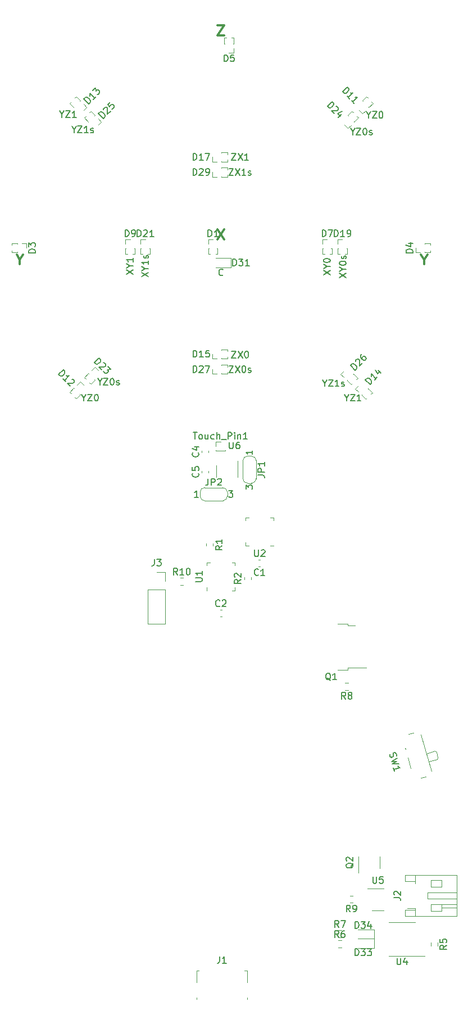
<source format=gbr>
G04 #@! TF.GenerationSoftware,KiCad,Pcbnew,(5.1.6-0)*
G04 #@! TF.CreationDate,2021-01-08T20:23:25+00:00*
G04 #@! TF.ProjectId,XMAS_Star_21,584d4153-5f53-4746-9172-5f32312e6b69,rev?*
G04 #@! TF.SameCoordinates,Original*
G04 #@! TF.FileFunction,Legend,Top*
G04 #@! TF.FilePolarity,Positive*
%FSLAX46Y46*%
G04 Gerber Fmt 4.6, Leading zero omitted, Abs format (unit mm)*
G04 Created by KiCad (PCBNEW (5.1.6-0)) date 2021-01-08 20:23:25*
%MOMM*%
%LPD*%
G01*
G04 APERTURE LIST*
%ADD10C,0.150000*%
%ADD11C,0.300000*%
%ADD12C,0.120000*%
G04 APERTURE END LIST*
D10*
X115642857Y-100376190D02*
X115642857Y-100852380D01*
X115309523Y-99852380D02*
X115642857Y-100376190D01*
X115976190Y-99852380D01*
X116214285Y-99852380D02*
X116880952Y-99852380D01*
X116214285Y-100852380D01*
X116880952Y-100852380D01*
X117785714Y-100852380D02*
X117214285Y-100852380D01*
X117500000Y-100852380D02*
X117500000Y-99852380D01*
X117404761Y-99995238D01*
X117309523Y-100090476D01*
X117214285Y-100138095D01*
X118166666Y-100804761D02*
X118261904Y-100852380D01*
X118452380Y-100852380D01*
X118547619Y-100804761D01*
X118595238Y-100709523D01*
X118595238Y-100661904D01*
X118547619Y-100566666D01*
X118452380Y-100519047D01*
X118309523Y-100519047D01*
X118214285Y-100471428D01*
X118166666Y-100376190D01*
X118166666Y-100328571D01*
X118214285Y-100233333D01*
X118309523Y-100185714D01*
X118452380Y-100185714D01*
X118547619Y-100233333D01*
X119842857Y-62476190D02*
X119842857Y-62952380D01*
X119509523Y-61952380D02*
X119842857Y-62476190D01*
X120176190Y-61952380D01*
X120414285Y-61952380D02*
X121080952Y-61952380D01*
X120414285Y-62952380D01*
X121080952Y-62952380D01*
X121652380Y-61952380D02*
X121747619Y-61952380D01*
X121842857Y-62000000D01*
X121890476Y-62047619D01*
X121938095Y-62142857D01*
X121985714Y-62333333D01*
X121985714Y-62571428D01*
X121938095Y-62761904D01*
X121890476Y-62857142D01*
X121842857Y-62904761D01*
X121747619Y-62952380D01*
X121652380Y-62952380D01*
X121557142Y-62904761D01*
X121509523Y-62857142D01*
X121461904Y-62761904D01*
X121414285Y-62571428D01*
X121414285Y-62333333D01*
X121461904Y-62142857D01*
X121509523Y-62047619D01*
X121557142Y-62000000D01*
X121652380Y-61952380D01*
X122366666Y-62904761D02*
X122461904Y-62952380D01*
X122652380Y-62952380D01*
X122747619Y-62904761D01*
X122795238Y-62809523D01*
X122795238Y-62761904D01*
X122747619Y-62666666D01*
X122652380Y-62619047D01*
X122509523Y-62619047D01*
X122414285Y-62571428D01*
X122366666Y-62476190D01*
X122366666Y-62428571D01*
X122414285Y-62333333D01*
X122509523Y-62285714D01*
X122652380Y-62285714D01*
X122747619Y-62333333D01*
X100309523Y-84077142D02*
X100261904Y-84124761D01*
X100119047Y-84172380D01*
X100023809Y-84172380D01*
X99880952Y-84124761D01*
X99785714Y-84029523D01*
X99738095Y-83934285D01*
X99690476Y-83743809D01*
X99690476Y-83600952D01*
X99738095Y-83410476D01*
X99785714Y-83315238D01*
X99880952Y-83220000D01*
X100023809Y-83172380D01*
X100119047Y-83172380D01*
X100261904Y-83220000D01*
X100309523Y-83267619D01*
X77842857Y-62176190D02*
X77842857Y-62652380D01*
X77509523Y-61652380D02*
X77842857Y-62176190D01*
X78176190Y-61652380D01*
X78414285Y-61652380D02*
X79080952Y-61652380D01*
X78414285Y-62652380D01*
X79080952Y-62652380D01*
X79985714Y-62652380D02*
X79414285Y-62652380D01*
X79700000Y-62652380D02*
X79700000Y-61652380D01*
X79604761Y-61795238D01*
X79509523Y-61890476D01*
X79414285Y-61938095D01*
X80366666Y-62604761D02*
X80461904Y-62652380D01*
X80652380Y-62652380D01*
X80747619Y-62604761D01*
X80795238Y-62509523D01*
X80795238Y-62461904D01*
X80747619Y-62366666D01*
X80652380Y-62319047D01*
X80509523Y-62319047D01*
X80414285Y-62271428D01*
X80366666Y-62176190D01*
X80366666Y-62128571D01*
X80414285Y-62033333D01*
X80509523Y-61985714D01*
X80652380Y-61985714D01*
X80747619Y-62033333D01*
X81742857Y-100176190D02*
X81742857Y-100652380D01*
X81409523Y-99652380D02*
X81742857Y-100176190D01*
X82076190Y-99652380D01*
X82314285Y-99652380D02*
X82980952Y-99652380D01*
X82314285Y-100652380D01*
X82980952Y-100652380D01*
X83552380Y-99652380D02*
X83647619Y-99652380D01*
X83742857Y-99700000D01*
X83790476Y-99747619D01*
X83838095Y-99842857D01*
X83885714Y-100033333D01*
X83885714Y-100271428D01*
X83838095Y-100461904D01*
X83790476Y-100557142D01*
X83742857Y-100604761D01*
X83647619Y-100652380D01*
X83552380Y-100652380D01*
X83457142Y-100604761D01*
X83409523Y-100557142D01*
X83361904Y-100461904D01*
X83314285Y-100271428D01*
X83314285Y-100033333D01*
X83361904Y-99842857D01*
X83409523Y-99747619D01*
X83457142Y-99700000D01*
X83552380Y-99652380D01*
X84266666Y-100604761D02*
X84361904Y-100652380D01*
X84552380Y-100652380D01*
X84647619Y-100604761D01*
X84695238Y-100509523D01*
X84695238Y-100461904D01*
X84647619Y-100366666D01*
X84552380Y-100319047D01*
X84409523Y-100319047D01*
X84314285Y-100271428D01*
X84266666Y-100176190D01*
X84266666Y-100128571D01*
X84314285Y-100033333D01*
X84409523Y-99985714D01*
X84552380Y-99985714D01*
X84647619Y-100033333D01*
X101209523Y-68052380D02*
X101876190Y-68052380D01*
X101209523Y-69052380D01*
X101876190Y-69052380D01*
X102161904Y-68052380D02*
X102828571Y-69052380D01*
X102828571Y-68052380D02*
X102161904Y-69052380D01*
X103733333Y-69052380D02*
X103161904Y-69052380D01*
X103447619Y-69052380D02*
X103447619Y-68052380D01*
X103352380Y-68195238D01*
X103257142Y-68290476D01*
X103161904Y-68338095D01*
X104114285Y-69004761D02*
X104209523Y-69052380D01*
X104400000Y-69052380D01*
X104495238Y-69004761D01*
X104542857Y-68909523D01*
X104542857Y-68861904D01*
X104495238Y-68766666D01*
X104400000Y-68719047D01*
X104257142Y-68719047D01*
X104161904Y-68671428D01*
X104114285Y-68576190D01*
X104114285Y-68528571D01*
X104161904Y-68433333D01*
X104257142Y-68385714D01*
X104400000Y-68385714D01*
X104495238Y-68433333D01*
X101209523Y-97752380D02*
X101876190Y-97752380D01*
X101209523Y-98752380D01*
X101876190Y-98752380D01*
X102161904Y-97752380D02*
X102828571Y-98752380D01*
X102828571Y-97752380D02*
X102161904Y-98752380D01*
X103400000Y-97752380D02*
X103495238Y-97752380D01*
X103590476Y-97800000D01*
X103638095Y-97847619D01*
X103685714Y-97942857D01*
X103733333Y-98133333D01*
X103733333Y-98371428D01*
X103685714Y-98561904D01*
X103638095Y-98657142D01*
X103590476Y-98704761D01*
X103495238Y-98752380D01*
X103400000Y-98752380D01*
X103304761Y-98704761D01*
X103257142Y-98657142D01*
X103209523Y-98561904D01*
X103161904Y-98371428D01*
X103161904Y-98133333D01*
X103209523Y-97942857D01*
X103257142Y-97847619D01*
X103304761Y-97800000D01*
X103400000Y-97752380D01*
X104114285Y-98704761D02*
X104209523Y-98752380D01*
X104400000Y-98752380D01*
X104495238Y-98704761D01*
X104542857Y-98609523D01*
X104542857Y-98561904D01*
X104495238Y-98466666D01*
X104400000Y-98419047D01*
X104257142Y-98419047D01*
X104161904Y-98371428D01*
X104114285Y-98276190D01*
X104114285Y-98228571D01*
X104161904Y-98133333D01*
X104257142Y-98085714D01*
X104400000Y-98085714D01*
X104495238Y-98133333D01*
X88052380Y-84342857D02*
X89052380Y-83676190D01*
X88052380Y-83676190D02*
X89052380Y-84342857D01*
X88576190Y-83104761D02*
X89052380Y-83104761D01*
X88052380Y-83438095D02*
X88576190Y-83104761D01*
X88052380Y-82771428D01*
X89052380Y-81914285D02*
X89052380Y-82485714D01*
X89052380Y-82200000D02*
X88052380Y-82200000D01*
X88195238Y-82295238D01*
X88290476Y-82390476D01*
X88338095Y-82485714D01*
X89004761Y-81533333D02*
X89052380Y-81438095D01*
X89052380Y-81247619D01*
X89004761Y-81152380D01*
X88909523Y-81104761D01*
X88861904Y-81104761D01*
X88766666Y-81152380D01*
X88719047Y-81247619D01*
X88719047Y-81390476D01*
X88671428Y-81485714D01*
X88576190Y-81533333D01*
X88528571Y-81533333D01*
X88433333Y-81485714D01*
X88385714Y-81390476D01*
X88385714Y-81247619D01*
X88433333Y-81152380D01*
X117852380Y-84442857D02*
X118852380Y-83776190D01*
X117852380Y-83776190D02*
X118852380Y-84442857D01*
X118376190Y-83204761D02*
X118852380Y-83204761D01*
X117852380Y-83538095D02*
X118376190Y-83204761D01*
X117852380Y-82871428D01*
X117852380Y-82347619D02*
X117852380Y-82252380D01*
X117900000Y-82157142D01*
X117947619Y-82109523D01*
X118042857Y-82061904D01*
X118233333Y-82014285D01*
X118471428Y-82014285D01*
X118661904Y-82061904D01*
X118757142Y-82109523D01*
X118804761Y-82157142D01*
X118852380Y-82252380D01*
X118852380Y-82347619D01*
X118804761Y-82442857D01*
X118757142Y-82490476D01*
X118661904Y-82538095D01*
X118471428Y-82585714D01*
X118233333Y-82585714D01*
X118042857Y-82538095D01*
X117947619Y-82490476D01*
X117900000Y-82442857D01*
X117852380Y-82347619D01*
X118804761Y-81633333D02*
X118852380Y-81538095D01*
X118852380Y-81347619D01*
X118804761Y-81252380D01*
X118709523Y-81204761D01*
X118661904Y-81204761D01*
X118566666Y-81252380D01*
X118519047Y-81347619D01*
X118519047Y-81490476D01*
X118471428Y-81585714D01*
X118376190Y-81633333D01*
X118328571Y-81633333D01*
X118233333Y-81585714D01*
X118185714Y-81490476D01*
X118185714Y-81347619D01*
X118233333Y-81252380D01*
X101614285Y-95552380D02*
X102280952Y-95552380D01*
X101614285Y-96552380D01*
X102280952Y-96552380D01*
X102566666Y-95552380D02*
X103233333Y-96552380D01*
X103233333Y-95552380D02*
X102566666Y-96552380D01*
X103804761Y-95552380D02*
X103900000Y-95552380D01*
X103995238Y-95600000D01*
X104042857Y-95647619D01*
X104090476Y-95742857D01*
X104138095Y-95933333D01*
X104138095Y-96171428D01*
X104090476Y-96361904D01*
X104042857Y-96457142D01*
X103995238Y-96504761D01*
X103900000Y-96552380D01*
X103804761Y-96552380D01*
X103709523Y-96504761D01*
X103661904Y-96457142D01*
X103614285Y-96361904D01*
X103566666Y-96171428D01*
X103566666Y-95933333D01*
X103614285Y-95742857D01*
X103661904Y-95647619D01*
X103709523Y-95600000D01*
X103804761Y-95552380D01*
X101614285Y-65752380D02*
X102280952Y-65752380D01*
X101614285Y-66752380D01*
X102280952Y-66752380D01*
X102566666Y-65752380D02*
X103233333Y-66752380D01*
X103233333Y-65752380D02*
X102566666Y-66752380D01*
X104138095Y-66752380D02*
X103566666Y-66752380D01*
X103852380Y-66752380D02*
X103852380Y-65752380D01*
X103757142Y-65895238D01*
X103661904Y-65990476D01*
X103566666Y-66038095D01*
X85752380Y-83938095D02*
X86752380Y-83271428D01*
X85752380Y-83271428D02*
X86752380Y-83938095D01*
X86276190Y-82700000D02*
X86752380Y-82700000D01*
X85752380Y-83033333D02*
X86276190Y-82700000D01*
X85752380Y-82366666D01*
X86752380Y-81509523D02*
X86752380Y-82080952D01*
X86752380Y-81795238D02*
X85752380Y-81795238D01*
X85895238Y-81890476D01*
X85990476Y-81985714D01*
X86038095Y-82080952D01*
X115452380Y-84038095D02*
X116452380Y-83371428D01*
X115452380Y-83371428D02*
X116452380Y-84038095D01*
X115976190Y-82800000D02*
X116452380Y-82800000D01*
X115452380Y-83133333D02*
X115976190Y-82800000D01*
X115452380Y-82466666D01*
X115452380Y-81942857D02*
X115452380Y-81847619D01*
X115500000Y-81752380D01*
X115547619Y-81704761D01*
X115642857Y-81657142D01*
X115833333Y-81609523D01*
X116071428Y-81609523D01*
X116261904Y-81657142D01*
X116357142Y-81704761D01*
X116404761Y-81752380D01*
X116452380Y-81847619D01*
X116452380Y-81942857D01*
X116404761Y-82038095D01*
X116357142Y-82085714D01*
X116261904Y-82133333D01*
X116071428Y-82180952D01*
X115833333Y-82180952D01*
X115642857Y-82133333D01*
X115547619Y-82085714D01*
X115500000Y-82038095D01*
X115452380Y-81942857D01*
X118947619Y-102576190D02*
X118947619Y-103052380D01*
X118614285Y-102052380D02*
X118947619Y-102576190D01*
X119280952Y-102052380D01*
X119519047Y-102052380D02*
X120185714Y-102052380D01*
X119519047Y-103052380D01*
X120185714Y-103052380D01*
X121090476Y-103052380D02*
X120519047Y-103052380D01*
X120804761Y-103052380D02*
X120804761Y-102052380D01*
X120709523Y-102195238D01*
X120614285Y-102290476D01*
X120519047Y-102338095D01*
X76047619Y-59876190D02*
X76047619Y-60352380D01*
X75714285Y-59352380D02*
X76047619Y-59876190D01*
X76380952Y-59352380D01*
X76619047Y-59352380D02*
X77285714Y-59352380D01*
X76619047Y-60352380D01*
X77285714Y-60352380D01*
X78190476Y-60352380D02*
X77619047Y-60352380D01*
X77904761Y-60352380D02*
X77904761Y-59352380D01*
X77809523Y-59495238D01*
X77714285Y-59590476D01*
X77619047Y-59638095D01*
X122247619Y-59976190D02*
X122247619Y-60452380D01*
X121914285Y-59452380D02*
X122247619Y-59976190D01*
X122580952Y-59452380D01*
X122819047Y-59452380D02*
X123485714Y-59452380D01*
X122819047Y-60452380D01*
X123485714Y-60452380D01*
X124057142Y-59452380D02*
X124152380Y-59452380D01*
X124247619Y-59500000D01*
X124295238Y-59547619D01*
X124342857Y-59642857D01*
X124390476Y-59833333D01*
X124390476Y-60071428D01*
X124342857Y-60261904D01*
X124295238Y-60357142D01*
X124247619Y-60404761D01*
X124152380Y-60452380D01*
X124057142Y-60452380D01*
X123961904Y-60404761D01*
X123914285Y-60357142D01*
X123866666Y-60261904D01*
X123819047Y-60071428D01*
X123819047Y-59833333D01*
X123866666Y-59642857D01*
X123914285Y-59547619D01*
X123961904Y-59500000D01*
X124057142Y-59452380D01*
X79347619Y-102576190D02*
X79347619Y-103052380D01*
X79014285Y-102052380D02*
X79347619Y-102576190D01*
X79680952Y-102052380D01*
X79919047Y-102052380D02*
X80585714Y-102052380D01*
X79919047Y-103052380D01*
X80585714Y-103052380D01*
X81157142Y-102052380D02*
X81252380Y-102052380D01*
X81347619Y-102100000D01*
X81395238Y-102147619D01*
X81442857Y-102242857D01*
X81490476Y-102433333D01*
X81490476Y-102671428D01*
X81442857Y-102861904D01*
X81395238Y-102957142D01*
X81347619Y-103004761D01*
X81252380Y-103052380D01*
X81157142Y-103052380D01*
X81061904Y-103004761D01*
X81014285Y-102957142D01*
X80966666Y-102861904D01*
X80919047Y-102671428D01*
X80919047Y-102433333D01*
X80966666Y-102242857D01*
X81014285Y-102147619D01*
X81061904Y-102100000D01*
X81157142Y-102052380D01*
D11*
X99500000Y-46478571D02*
X100500000Y-46478571D01*
X99500000Y-47978571D01*
X100500000Y-47978571D01*
X130600000Y-81764285D02*
X130600000Y-82478571D01*
X130100000Y-80978571D02*
X130600000Y-81764285D01*
X131100000Y-80978571D01*
X69700000Y-81764285D02*
X69700000Y-82478571D01*
X69200000Y-80978571D02*
X69700000Y-81764285D01*
X70200000Y-80978571D01*
X99500000Y-77178571D02*
X100500000Y-78678571D01*
X100500000Y-77178571D02*
X99500000Y-78678571D01*
D12*
X103490000Y-129962779D02*
X103490000Y-129637221D01*
X104510000Y-129962779D02*
X104510000Y-129637221D01*
X98810000Y-124537221D02*
X98810000Y-124862779D01*
X97790000Y-124537221D02*
X97790000Y-124862779D01*
X97500000Y-116100000D02*
X100300000Y-116100000D01*
X100950000Y-116800000D02*
X100950000Y-117400000D01*
X100300000Y-118100000D02*
X97500000Y-118100000D01*
X96850000Y-117400000D02*
X96850000Y-116800000D01*
X96850000Y-116800000D02*
G75*
G02*
X97550000Y-116100000I700000J0D01*
G01*
X97550000Y-118100000D02*
G75*
G02*
X96850000Y-117400000I0J700000D01*
G01*
X100950000Y-117400000D02*
G75*
G02*
X100250000Y-118100000I-700000J0D01*
G01*
X100250000Y-116100000D02*
G75*
G02*
X100950000Y-116800000I0J-700000D01*
G01*
X105300000Y-112000000D02*
X105300000Y-114800000D01*
X104600000Y-115450000D02*
X104000000Y-115450000D01*
X103300000Y-114800000D02*
X103300000Y-112000000D01*
X104000000Y-111350000D02*
X104600000Y-111350000D01*
X104600000Y-111350000D02*
G75*
G02*
X105300000Y-112050000I0J-700000D01*
G01*
X103300000Y-112050000D02*
G75*
G02*
X104000000Y-111350000I700000J0D01*
G01*
X104000000Y-115450000D02*
G75*
G02*
X103300000Y-114750000I0J700000D01*
G01*
X105300000Y-114750000D02*
G75*
G02*
X104600000Y-115450000I-700000J0D01*
G01*
X88970000Y-131470000D02*
X91630000Y-131470000D01*
X88970000Y-131470000D02*
X88970000Y-136610000D01*
X88970000Y-136610000D02*
X91630000Y-136610000D01*
X91630000Y-131470000D02*
X91630000Y-136610000D01*
X91630000Y-128870000D02*
X91630000Y-130200000D01*
X90300000Y-128870000D02*
X91630000Y-128870000D01*
X107465000Y-124820000D02*
X107940000Y-124820000D01*
X103720000Y-120600000D02*
X103720000Y-121075000D01*
X104195000Y-120600000D02*
X103720000Y-120600000D01*
X107940000Y-120600000D02*
X107940000Y-121075000D01*
X107465000Y-120600000D02*
X107940000Y-120600000D01*
X103720000Y-124820000D02*
X103720000Y-124345000D01*
X104195000Y-124820000D02*
X103720000Y-124820000D01*
X105940580Y-126960000D02*
X105659420Y-126960000D01*
X105940580Y-127980000D02*
X105659420Y-127980000D01*
X99849420Y-135520000D02*
X100130580Y-135520000D01*
X99849420Y-134500000D02*
X100130580Y-134500000D01*
X102500000Y-114520000D02*
X102500000Y-112070000D01*
X99280000Y-112720000D02*
X99280000Y-114520000D01*
X99245000Y-109215000D02*
X99940000Y-109215000D01*
X99245000Y-109900000D02*
X99245000Y-109215000D01*
X100548276Y-110585000D02*
X100635000Y-110585000D01*
X99245000Y-110585000D02*
X99331724Y-110585000D01*
X100635000Y-110585000D02*
X100635000Y-110460000D01*
X99245000Y-110585000D02*
X99245000Y-110460000D01*
X99245000Y-110585000D02*
X100635000Y-110585000D01*
X98150000Y-113890580D02*
X98150000Y-113609420D01*
X97130000Y-113890580D02*
X97130000Y-113609420D01*
X98150000Y-110810580D02*
X98150000Y-110529420D01*
X97130000Y-110810580D02*
X97130000Y-110529420D01*
X93842742Y-129707500D02*
X94317258Y-129707500D01*
X93842742Y-130752500D02*
X94317258Y-130752500D01*
X129310000Y-179430000D02*
X129310000Y-179710000D01*
X129310000Y-179710000D02*
X127710000Y-179710000D01*
X127710000Y-179710000D02*
X127710000Y-180630000D01*
X127710000Y-180630000D02*
X135530000Y-180630000D01*
X135530000Y-180630000D02*
X135530000Y-174510000D01*
X135530000Y-174510000D02*
X127710000Y-174510000D01*
X127710000Y-174510000D02*
X127710000Y-175430000D01*
X127710000Y-175430000D02*
X129310000Y-175430000D01*
X129310000Y-175430000D02*
X129310000Y-175710000D01*
X135530000Y-178070000D02*
X131170000Y-178070000D01*
X131170000Y-178070000D02*
X131170000Y-177070000D01*
X131170000Y-177070000D02*
X135530000Y-177070000D01*
X129310000Y-180630000D02*
X129310000Y-179710000D01*
X129310000Y-174510000D02*
X129310000Y-175430000D01*
X131670000Y-179870000D02*
X133270000Y-179870000D01*
X133270000Y-179870000D02*
X133270000Y-178870000D01*
X133270000Y-178870000D02*
X131670000Y-178870000D01*
X131670000Y-178870000D02*
X131670000Y-179870000D01*
X131670000Y-175270000D02*
X133270000Y-175270000D01*
X133270000Y-175270000D02*
X133270000Y-176270000D01*
X133270000Y-176270000D02*
X131670000Y-176270000D01*
X131670000Y-176270000D02*
X131670000Y-175270000D01*
X133270000Y-178870000D02*
X135530000Y-178870000D01*
X133270000Y-179370000D02*
X135530000Y-179370000D01*
X129310000Y-179430000D02*
X128095000Y-179430000D01*
X122740000Y-179770000D02*
X124540000Y-179770000D01*
X124540000Y-176550000D02*
X122090000Y-176550000D01*
X127280000Y-181560000D02*
X125330000Y-181560000D01*
X127280000Y-181560000D02*
X129230000Y-181560000D01*
X127280000Y-186680000D02*
X125330000Y-186680000D01*
X127280000Y-186680000D02*
X130730000Y-186680000D01*
X127797495Y-155492947D02*
X127742367Y-155300695D01*
X132548903Y-157043342D02*
X132695640Y-156793205D01*
X132190574Y-155793701D02*
X132447566Y-155928070D01*
X131308875Y-157398914D02*
X132548903Y-157043342D01*
X132695640Y-156793205D02*
X132447566Y-155928070D01*
X132190574Y-155793701D02*
X130950546Y-156149274D01*
X131708549Y-158792743D02*
X130137416Y-153313552D01*
X128624407Y-158376733D02*
X128155823Y-156742588D01*
X130143661Y-159865647D02*
X130903057Y-159647894D01*
X129001160Y-153015188D02*
X128241763Y-153232942D01*
X119887258Y-178662500D02*
X119412742Y-178662500D01*
X119887258Y-177617500D02*
X119412742Y-177617500D01*
X119182258Y-146592500D02*
X118707742Y-146592500D01*
X119182258Y-145547500D02*
X118707742Y-145547500D01*
X117662742Y-182807500D02*
X118137258Y-182807500D01*
X117662742Y-183852500D02*
X118137258Y-183852500D01*
X117662742Y-184327500D02*
X118137258Y-184327500D01*
X117662742Y-185372500D02*
X118137258Y-185372500D01*
X132652500Y-184642742D02*
X132652500Y-185117258D01*
X131607500Y-184642742D02*
X131607500Y-185117258D01*
X123910000Y-173490000D02*
X123910000Y-171690000D01*
X120690000Y-171690000D02*
X120690000Y-174140000D01*
X117585000Y-143545000D02*
X119085000Y-143545000D01*
X119085000Y-143545000D02*
X119085000Y-143275000D01*
X119085000Y-143275000D02*
X121915000Y-143275000D01*
X117585000Y-136645000D02*
X119085000Y-136645000D01*
X119085000Y-136645000D02*
X119085000Y-136915000D01*
X119085000Y-136915000D02*
X120185000Y-136915000D01*
X103950000Y-188870000D02*
X103570000Y-188870000D01*
X103950000Y-192920000D02*
X103950000Y-193180000D01*
X103950000Y-188870000D02*
X103950000Y-190640000D01*
X96330000Y-188870000D02*
X96710000Y-188870000D01*
X96330000Y-190640000D02*
X96330000Y-188870000D01*
X96330000Y-193180000D02*
X96330000Y-192920000D01*
X120620000Y-184025000D02*
X123105000Y-184025000D01*
X123105000Y-184025000D02*
X123105000Y-182655000D01*
X123105000Y-182655000D02*
X120620000Y-182655000D01*
X120620000Y-185445000D02*
X123105000Y-185445000D01*
X123105000Y-185445000D02*
X123105000Y-184075000D01*
X123105000Y-184075000D02*
X120620000Y-184075000D01*
X78188353Y-57205474D02*
X77975862Y-57417965D01*
X77417965Y-57975862D02*
X77205474Y-58188353D01*
X78807071Y-57824193D02*
X78188353Y-57205474D01*
X77824193Y-58807071D02*
X77205474Y-58188353D01*
X78807071Y-57824193D02*
X78745748Y-57885516D01*
X77885516Y-58745748D02*
X77824193Y-58807071D01*
X79291439Y-58308561D02*
X79775807Y-58792929D01*
X79775807Y-58792929D02*
X79284368Y-59284368D01*
X122894526Y-58188353D02*
X122682035Y-57975862D01*
X122124138Y-57417965D02*
X121911647Y-57205474D01*
X122275807Y-58807071D02*
X122894526Y-58188353D01*
X121292929Y-57824193D02*
X121911647Y-57205474D01*
X122275807Y-58807071D02*
X122214484Y-58745748D01*
X121354252Y-57885516D02*
X121292929Y-57824193D01*
X121791439Y-59291439D02*
X121307071Y-59775807D01*
X121307071Y-59775807D02*
X120815632Y-59284368D01*
X121811647Y-102794526D02*
X122024138Y-102582035D01*
X122582035Y-102024138D02*
X122794526Y-101811647D01*
X121192929Y-102175807D02*
X121811647Y-102794526D01*
X122175807Y-101192929D02*
X122794526Y-101811647D01*
X121192929Y-102175807D02*
X121254252Y-102114484D01*
X122114484Y-101254252D02*
X122175807Y-101192929D01*
X120708561Y-101691439D02*
X120224193Y-101207071D01*
X120224193Y-101207071D02*
X120715632Y-100715632D01*
X77205474Y-101711647D02*
X77417965Y-101924138D01*
X77975862Y-102482035D02*
X78188353Y-102694526D01*
X77824193Y-101092929D02*
X77205474Y-101711647D01*
X78807071Y-102075807D02*
X78188353Y-102694526D01*
X77824193Y-101092929D02*
X77885516Y-101154252D01*
X78745748Y-102014484D02*
X78807071Y-102075807D01*
X78308561Y-100608561D02*
X78792929Y-100124193D01*
X78792929Y-100124193D02*
X79284368Y-100615632D01*
X99200000Y-82955000D02*
X101485000Y-82955000D01*
X101485000Y-82955000D02*
X101485000Y-81485000D01*
X101485000Y-81485000D02*
X99200000Y-81485000D01*
X97890000Y-127865000D02*
X97890000Y-127390000D01*
X97890000Y-127390000D02*
X98365000Y-127390000D01*
X102110000Y-131135000D02*
X102110000Y-131610000D01*
X102110000Y-131610000D02*
X101635000Y-131610000D01*
X102110000Y-127865000D02*
X102110000Y-127390000D01*
X102110000Y-127390000D02*
X101635000Y-127390000D01*
X97890000Y-131135000D02*
X97890000Y-131610000D01*
X100960000Y-69295000D02*
X100960000Y-68994493D01*
X100960000Y-68205507D02*
X100960000Y-67905000D01*
X100085000Y-69295000D02*
X100960000Y-69295000D01*
X100085000Y-67905000D02*
X100960000Y-67905000D01*
X100085000Y-69295000D02*
X100085000Y-69208276D01*
X100085000Y-67991724D02*
X100085000Y-67905000D01*
X99400000Y-69295000D02*
X98715000Y-69295000D01*
X98715000Y-69295000D02*
X98715000Y-68600000D01*
X100960000Y-98995000D02*
X100960000Y-98694493D01*
X100960000Y-97905507D02*
X100960000Y-97605000D01*
X100085000Y-98995000D02*
X100960000Y-98995000D01*
X100085000Y-97605000D02*
X100960000Y-97605000D01*
X100085000Y-98995000D02*
X100085000Y-98908276D01*
X100085000Y-97691724D02*
X100085000Y-97605000D01*
X99400000Y-98995000D02*
X98715000Y-98995000D01*
X98715000Y-98995000D02*
X98715000Y-98300000D01*
X119611647Y-100594526D02*
X119824138Y-100382035D01*
X120382035Y-99824138D02*
X120594526Y-99611647D01*
X118992929Y-99975807D02*
X119611647Y-100594526D01*
X119975807Y-98992929D02*
X120594526Y-99611647D01*
X118992929Y-99975807D02*
X119054252Y-99914484D01*
X119914484Y-99054252D02*
X119975807Y-98992929D01*
X118508561Y-99491439D02*
X118024193Y-99007071D01*
X118024193Y-99007071D02*
X118515632Y-98515632D01*
X80388353Y-59405474D02*
X80175862Y-59617965D01*
X79617965Y-60175862D02*
X79405474Y-60388353D01*
X81007071Y-60024193D02*
X80388353Y-59405474D01*
X80024193Y-61007071D02*
X79405474Y-60388353D01*
X81007071Y-60024193D02*
X80945748Y-60085516D01*
X80085516Y-60945748D02*
X80024193Y-61007071D01*
X81491439Y-60508561D02*
X81975807Y-60992929D01*
X81975807Y-60992929D02*
X81484368Y-61484368D01*
X120694526Y-60388353D02*
X120482035Y-60175862D01*
X119924138Y-59617965D02*
X119711647Y-59405474D01*
X120075807Y-61007071D02*
X120694526Y-60388353D01*
X119092929Y-60024193D02*
X119711647Y-59405474D01*
X120075807Y-61007071D02*
X120014484Y-60945748D01*
X119154252Y-60085516D02*
X119092929Y-60024193D01*
X119591439Y-61491439D02*
X119107071Y-61975807D01*
X119107071Y-61975807D02*
X118615632Y-61484368D01*
X79405474Y-99511647D02*
X79617965Y-99724138D01*
X80175862Y-100282035D02*
X80388353Y-100494526D01*
X80024193Y-98892929D02*
X79405474Y-99511647D01*
X81007071Y-99875807D02*
X80388353Y-100494526D01*
X80024193Y-98892929D02*
X80085516Y-98954252D01*
X80945748Y-99814484D02*
X81007071Y-99875807D01*
X80508561Y-98408561D02*
X80992929Y-97924193D01*
X80992929Y-97924193D02*
X81484368Y-98415632D01*
X87905000Y-80960000D02*
X88205507Y-80960000D01*
X88994493Y-80960000D02*
X89295000Y-80960000D01*
X87905000Y-80085000D02*
X87905000Y-80960000D01*
X89295000Y-80085000D02*
X89295000Y-80960000D01*
X87905000Y-80085000D02*
X87991724Y-80085000D01*
X89208276Y-80085000D02*
X89295000Y-80085000D01*
X87905000Y-79400000D02*
X87905000Y-78715000D01*
X87905000Y-78715000D02*
X88600000Y-78715000D01*
X117605000Y-80960000D02*
X117905507Y-80960000D01*
X118694493Y-80960000D02*
X118995000Y-80960000D01*
X117605000Y-80085000D02*
X117605000Y-80960000D01*
X118995000Y-80085000D02*
X118995000Y-80960000D01*
X117605000Y-80085000D02*
X117691724Y-80085000D01*
X118908276Y-80085000D02*
X118995000Y-80085000D01*
X117605000Y-79400000D02*
X117605000Y-78715000D01*
X117605000Y-78715000D02*
X118300000Y-78715000D01*
X98715000Y-66995000D02*
X98715000Y-66300000D01*
X99400000Y-66995000D02*
X98715000Y-66995000D01*
X100085000Y-65691724D02*
X100085000Y-65605000D01*
X100085000Y-66995000D02*
X100085000Y-66908276D01*
X100085000Y-65605000D02*
X100960000Y-65605000D01*
X100085000Y-66995000D02*
X100960000Y-66995000D01*
X100960000Y-65905507D02*
X100960000Y-65605000D01*
X100960000Y-66995000D02*
X100960000Y-66694493D01*
X98715000Y-96695000D02*
X98715000Y-96000000D01*
X99400000Y-96695000D02*
X98715000Y-96695000D01*
X100085000Y-95391724D02*
X100085000Y-95305000D01*
X100085000Y-96695000D02*
X100085000Y-96608276D01*
X100085000Y-95305000D02*
X100960000Y-95305000D01*
X100085000Y-96695000D02*
X100960000Y-96695000D01*
X100960000Y-95605507D02*
X100960000Y-95305000D01*
X100960000Y-96695000D02*
X100960000Y-96394493D01*
X85605000Y-80960000D02*
X85905507Y-80960000D01*
X86694493Y-80960000D02*
X86995000Y-80960000D01*
X85605000Y-80085000D02*
X85605000Y-80960000D01*
X86995000Y-80085000D02*
X86995000Y-80960000D01*
X85605000Y-80085000D02*
X85691724Y-80085000D01*
X86908276Y-80085000D02*
X86995000Y-80085000D01*
X85605000Y-79400000D02*
X85605000Y-78715000D01*
X85605000Y-78715000D02*
X86300000Y-78715000D01*
X115305000Y-80960000D02*
X115605507Y-80960000D01*
X116394493Y-80960000D02*
X116695000Y-80960000D01*
X115305000Y-80085000D02*
X115305000Y-80960000D01*
X116695000Y-80085000D02*
X116695000Y-80960000D01*
X115305000Y-80085000D02*
X115391724Y-80085000D01*
X116608276Y-80085000D02*
X116695000Y-80085000D01*
X115305000Y-79400000D02*
X115305000Y-78715000D01*
X115305000Y-78715000D02*
X116000000Y-78715000D01*
X101895000Y-48340000D02*
X101594493Y-48340000D01*
X100805507Y-48340000D02*
X100505000Y-48340000D01*
X101895000Y-49215000D02*
X101895000Y-48340000D01*
X100505000Y-49215000D02*
X100505000Y-48340000D01*
X101895000Y-49215000D02*
X101808276Y-49215000D01*
X100591724Y-49215000D02*
X100505000Y-49215000D01*
X101895000Y-49900000D02*
X101895000Y-50585000D01*
X101895000Y-50585000D02*
X101200000Y-50585000D01*
X131560000Y-80695000D02*
X131560000Y-80394493D01*
X131560000Y-79605507D02*
X131560000Y-79305000D01*
X130685000Y-80695000D02*
X131560000Y-80695000D01*
X130685000Y-79305000D02*
X131560000Y-79305000D01*
X130685000Y-80695000D02*
X130685000Y-80608276D01*
X130685000Y-79391724D02*
X130685000Y-79305000D01*
X130000000Y-80695000D02*
X129315000Y-80695000D01*
X129315000Y-80695000D02*
X129315000Y-80000000D01*
X68440000Y-79305000D02*
X68440000Y-79605507D01*
X68440000Y-80394493D02*
X68440000Y-80695000D01*
X69315000Y-79305000D02*
X68440000Y-79305000D01*
X69315000Y-80695000D02*
X68440000Y-80695000D01*
X69315000Y-79305000D02*
X69315000Y-79391724D01*
X69315000Y-80608276D02*
X69315000Y-80695000D01*
X70000000Y-79305000D02*
X70685000Y-79305000D01*
X70685000Y-79305000D02*
X70685000Y-80000000D01*
X98105000Y-80960000D02*
X98405507Y-80960000D01*
X99194493Y-80960000D02*
X99495000Y-80960000D01*
X98105000Y-80085000D02*
X98105000Y-80960000D01*
X99495000Y-80085000D02*
X99495000Y-80960000D01*
X98105000Y-80085000D02*
X98191724Y-80085000D01*
X99408276Y-80085000D02*
X99495000Y-80085000D01*
X98105000Y-79400000D02*
X98105000Y-78715000D01*
X98105000Y-78715000D02*
X98800000Y-78715000D01*
D10*
X103022380Y-129966666D02*
X102546190Y-130300000D01*
X103022380Y-130538095D02*
X102022380Y-130538095D01*
X102022380Y-130157142D01*
X102070000Y-130061904D01*
X102117619Y-130014285D01*
X102212857Y-129966666D01*
X102355714Y-129966666D01*
X102450952Y-130014285D01*
X102498571Y-130061904D01*
X102546190Y-130157142D01*
X102546190Y-130538095D01*
X102117619Y-129585714D02*
X102070000Y-129538095D01*
X102022380Y-129442857D01*
X102022380Y-129204761D01*
X102070000Y-129109523D01*
X102117619Y-129061904D01*
X102212857Y-129014285D01*
X102308095Y-129014285D01*
X102450952Y-129061904D01*
X103022380Y-129633333D01*
X103022380Y-129014285D01*
X100182380Y-124866666D02*
X99706190Y-125200000D01*
X100182380Y-125438095D02*
X99182380Y-125438095D01*
X99182380Y-125057142D01*
X99230000Y-124961904D01*
X99277619Y-124914285D01*
X99372857Y-124866666D01*
X99515714Y-124866666D01*
X99610952Y-124914285D01*
X99658571Y-124961904D01*
X99706190Y-125057142D01*
X99706190Y-125438095D01*
X100182380Y-123914285D02*
X100182380Y-124485714D01*
X100182380Y-124200000D02*
X99182380Y-124200000D01*
X99325238Y-124295238D01*
X99420476Y-124390476D01*
X99468095Y-124485714D01*
X98066666Y-114752380D02*
X98066666Y-115466666D01*
X98019047Y-115609523D01*
X97923809Y-115704761D01*
X97780952Y-115752380D01*
X97685714Y-115752380D01*
X98542857Y-115752380D02*
X98542857Y-114752380D01*
X98923809Y-114752380D01*
X99019047Y-114800000D01*
X99066666Y-114847619D01*
X99114285Y-114942857D01*
X99114285Y-115085714D01*
X99066666Y-115180952D01*
X99019047Y-115228571D01*
X98923809Y-115276190D01*
X98542857Y-115276190D01*
X99495238Y-114847619D02*
X99542857Y-114800000D01*
X99638095Y-114752380D01*
X99876190Y-114752380D01*
X99971428Y-114800000D01*
X100019047Y-114847619D01*
X100066666Y-114942857D01*
X100066666Y-115038095D01*
X100019047Y-115180952D01*
X99447619Y-115752380D01*
X100066666Y-115752380D01*
X96585714Y-117552380D02*
X96014285Y-117552380D01*
X96300000Y-117552380D02*
X96300000Y-116552380D01*
X96204761Y-116695238D01*
X96109523Y-116790476D01*
X96014285Y-116838095D01*
X101166666Y-116552380D02*
X101785714Y-116552380D01*
X101452380Y-116933333D01*
X101595238Y-116933333D01*
X101690476Y-116980952D01*
X101738095Y-117028571D01*
X101785714Y-117123809D01*
X101785714Y-117361904D01*
X101738095Y-117457142D01*
X101690476Y-117504761D01*
X101595238Y-117552380D01*
X101309523Y-117552380D01*
X101214285Y-117504761D01*
X101166666Y-117457142D01*
X105552380Y-114233333D02*
X106266666Y-114233333D01*
X106409523Y-114280952D01*
X106504761Y-114376190D01*
X106552380Y-114519047D01*
X106552380Y-114614285D01*
X106552380Y-113757142D02*
X105552380Y-113757142D01*
X105552380Y-113376190D01*
X105600000Y-113280952D01*
X105647619Y-113233333D01*
X105742857Y-113185714D01*
X105885714Y-113185714D01*
X105980952Y-113233333D01*
X106028571Y-113280952D01*
X106076190Y-113376190D01*
X106076190Y-113757142D01*
X106552380Y-112233333D02*
X106552380Y-112804761D01*
X106552380Y-112519047D02*
X105552380Y-112519047D01*
X105695238Y-112614285D01*
X105790476Y-112709523D01*
X105838095Y-112804761D01*
X104752380Y-110514285D02*
X104752380Y-111085714D01*
X104752380Y-110800000D02*
X103752380Y-110800000D01*
X103895238Y-110895238D01*
X103990476Y-110990476D01*
X104038095Y-111085714D01*
X103752380Y-116333333D02*
X103752380Y-115714285D01*
X104133333Y-116047619D01*
X104133333Y-115904761D01*
X104180952Y-115809523D01*
X104228571Y-115761904D01*
X104323809Y-115714285D01*
X104561904Y-115714285D01*
X104657142Y-115761904D01*
X104704761Y-115809523D01*
X104752380Y-115904761D01*
X104752380Y-116190476D01*
X104704761Y-116285714D01*
X104657142Y-116333333D01*
X89966666Y-126882380D02*
X89966666Y-127596666D01*
X89919047Y-127739523D01*
X89823809Y-127834761D01*
X89680952Y-127882380D01*
X89585714Y-127882380D01*
X90347619Y-126882380D02*
X90966666Y-126882380D01*
X90633333Y-127263333D01*
X90776190Y-127263333D01*
X90871428Y-127310952D01*
X90919047Y-127358571D01*
X90966666Y-127453809D01*
X90966666Y-127691904D01*
X90919047Y-127787142D01*
X90871428Y-127834761D01*
X90776190Y-127882380D01*
X90490476Y-127882380D01*
X90395238Y-127834761D01*
X90347619Y-127787142D01*
X105068095Y-125482380D02*
X105068095Y-126291904D01*
X105115714Y-126387142D01*
X105163333Y-126434761D01*
X105258571Y-126482380D01*
X105449047Y-126482380D01*
X105544285Y-126434761D01*
X105591904Y-126387142D01*
X105639523Y-126291904D01*
X105639523Y-125482380D01*
X106068095Y-125577619D02*
X106115714Y-125530000D01*
X106210952Y-125482380D01*
X106449047Y-125482380D01*
X106544285Y-125530000D01*
X106591904Y-125577619D01*
X106639523Y-125672857D01*
X106639523Y-125768095D01*
X106591904Y-125910952D01*
X106020476Y-126482380D01*
X106639523Y-126482380D01*
X105633333Y-129257142D02*
X105585714Y-129304761D01*
X105442857Y-129352380D01*
X105347619Y-129352380D01*
X105204761Y-129304761D01*
X105109523Y-129209523D01*
X105061904Y-129114285D01*
X105014285Y-128923809D01*
X105014285Y-128780952D01*
X105061904Y-128590476D01*
X105109523Y-128495238D01*
X105204761Y-128400000D01*
X105347619Y-128352380D01*
X105442857Y-128352380D01*
X105585714Y-128400000D01*
X105633333Y-128447619D01*
X106585714Y-129352380D02*
X106014285Y-129352380D01*
X106300000Y-129352380D02*
X106300000Y-128352380D01*
X106204761Y-128495238D01*
X106109523Y-128590476D01*
X106014285Y-128638095D01*
X99823333Y-133937142D02*
X99775714Y-133984761D01*
X99632857Y-134032380D01*
X99537619Y-134032380D01*
X99394761Y-133984761D01*
X99299523Y-133889523D01*
X99251904Y-133794285D01*
X99204285Y-133603809D01*
X99204285Y-133460952D01*
X99251904Y-133270476D01*
X99299523Y-133175238D01*
X99394761Y-133080000D01*
X99537619Y-133032380D01*
X99632857Y-133032380D01*
X99775714Y-133080000D01*
X99823333Y-133127619D01*
X100204285Y-133127619D02*
X100251904Y-133080000D01*
X100347142Y-133032380D01*
X100585238Y-133032380D01*
X100680476Y-133080000D01*
X100728095Y-133127619D01*
X100775714Y-133222857D01*
X100775714Y-133318095D01*
X100728095Y-133460952D01*
X100156666Y-134032380D01*
X100775714Y-134032380D01*
X101268095Y-109242380D02*
X101268095Y-110051904D01*
X101315714Y-110147142D01*
X101363333Y-110194761D01*
X101458571Y-110242380D01*
X101649047Y-110242380D01*
X101744285Y-110194761D01*
X101791904Y-110147142D01*
X101839523Y-110051904D01*
X101839523Y-109242380D01*
X102744285Y-109242380D02*
X102553809Y-109242380D01*
X102458571Y-109290000D01*
X102410952Y-109337619D01*
X102315714Y-109480476D01*
X102268095Y-109670952D01*
X102268095Y-110051904D01*
X102315714Y-110147142D01*
X102363333Y-110194761D01*
X102458571Y-110242380D01*
X102649047Y-110242380D01*
X102744285Y-110194761D01*
X102791904Y-110147142D01*
X102839523Y-110051904D01*
X102839523Y-109813809D01*
X102791904Y-109718571D01*
X102744285Y-109670952D01*
X102649047Y-109623333D01*
X102458571Y-109623333D01*
X102363333Y-109670952D01*
X102315714Y-109718571D01*
X102268095Y-109813809D01*
X95820952Y-107792380D02*
X96392380Y-107792380D01*
X96106666Y-108792380D02*
X96106666Y-107792380D01*
X96868571Y-108792380D02*
X96773333Y-108744761D01*
X96725714Y-108697142D01*
X96678095Y-108601904D01*
X96678095Y-108316190D01*
X96725714Y-108220952D01*
X96773333Y-108173333D01*
X96868571Y-108125714D01*
X97011428Y-108125714D01*
X97106666Y-108173333D01*
X97154285Y-108220952D01*
X97201904Y-108316190D01*
X97201904Y-108601904D01*
X97154285Y-108697142D01*
X97106666Y-108744761D01*
X97011428Y-108792380D01*
X96868571Y-108792380D01*
X98059047Y-108125714D02*
X98059047Y-108792380D01*
X97630476Y-108125714D02*
X97630476Y-108649523D01*
X97678095Y-108744761D01*
X97773333Y-108792380D01*
X97916190Y-108792380D01*
X98011428Y-108744761D01*
X98059047Y-108697142D01*
X98963809Y-108744761D02*
X98868571Y-108792380D01*
X98678095Y-108792380D01*
X98582857Y-108744761D01*
X98535238Y-108697142D01*
X98487619Y-108601904D01*
X98487619Y-108316190D01*
X98535238Y-108220952D01*
X98582857Y-108173333D01*
X98678095Y-108125714D01*
X98868571Y-108125714D01*
X98963809Y-108173333D01*
X99392380Y-108792380D02*
X99392380Y-107792380D01*
X99820952Y-108792380D02*
X99820952Y-108268571D01*
X99773333Y-108173333D01*
X99678095Y-108125714D01*
X99535238Y-108125714D01*
X99440000Y-108173333D01*
X99392380Y-108220952D01*
X100059047Y-108887619D02*
X100820952Y-108887619D01*
X101059047Y-108792380D02*
X101059047Y-107792380D01*
X101440000Y-107792380D01*
X101535238Y-107840000D01*
X101582857Y-107887619D01*
X101630476Y-107982857D01*
X101630476Y-108125714D01*
X101582857Y-108220952D01*
X101535238Y-108268571D01*
X101440000Y-108316190D01*
X101059047Y-108316190D01*
X102059047Y-108792380D02*
X102059047Y-108125714D01*
X102059047Y-107792380D02*
X102011428Y-107840000D01*
X102059047Y-107887619D01*
X102106666Y-107840000D01*
X102059047Y-107792380D01*
X102059047Y-107887619D01*
X102535238Y-108125714D02*
X102535238Y-108792380D01*
X102535238Y-108220952D02*
X102582857Y-108173333D01*
X102678095Y-108125714D01*
X102820952Y-108125714D01*
X102916190Y-108173333D01*
X102963809Y-108268571D01*
X102963809Y-108792380D01*
X103963809Y-108792380D02*
X103392380Y-108792380D01*
X103678095Y-108792380D02*
X103678095Y-107792380D01*
X103582857Y-107935238D01*
X103487619Y-108030476D01*
X103392380Y-108078095D01*
X96567142Y-113916666D02*
X96614761Y-113964285D01*
X96662380Y-114107142D01*
X96662380Y-114202380D01*
X96614761Y-114345238D01*
X96519523Y-114440476D01*
X96424285Y-114488095D01*
X96233809Y-114535714D01*
X96090952Y-114535714D01*
X95900476Y-114488095D01*
X95805238Y-114440476D01*
X95710000Y-114345238D01*
X95662380Y-114202380D01*
X95662380Y-114107142D01*
X95710000Y-113964285D01*
X95757619Y-113916666D01*
X95662380Y-113011904D02*
X95662380Y-113488095D01*
X96138571Y-113535714D01*
X96090952Y-113488095D01*
X96043333Y-113392857D01*
X96043333Y-113154761D01*
X96090952Y-113059523D01*
X96138571Y-113011904D01*
X96233809Y-112964285D01*
X96471904Y-112964285D01*
X96567142Y-113011904D01*
X96614761Y-113059523D01*
X96662380Y-113154761D01*
X96662380Y-113392857D01*
X96614761Y-113488095D01*
X96567142Y-113535714D01*
X96567142Y-110836666D02*
X96614761Y-110884285D01*
X96662380Y-111027142D01*
X96662380Y-111122380D01*
X96614761Y-111265238D01*
X96519523Y-111360476D01*
X96424285Y-111408095D01*
X96233809Y-111455714D01*
X96090952Y-111455714D01*
X95900476Y-111408095D01*
X95805238Y-111360476D01*
X95710000Y-111265238D01*
X95662380Y-111122380D01*
X95662380Y-111027142D01*
X95710000Y-110884285D01*
X95757619Y-110836666D01*
X95995714Y-109979523D02*
X96662380Y-109979523D01*
X95614761Y-110217619D02*
X96329047Y-110455714D01*
X96329047Y-109836666D01*
X93437142Y-129252380D02*
X93103809Y-128776190D01*
X92865714Y-129252380D02*
X92865714Y-128252380D01*
X93246666Y-128252380D01*
X93341904Y-128300000D01*
X93389523Y-128347619D01*
X93437142Y-128442857D01*
X93437142Y-128585714D01*
X93389523Y-128680952D01*
X93341904Y-128728571D01*
X93246666Y-128776190D01*
X92865714Y-128776190D01*
X94389523Y-129252380D02*
X93818095Y-129252380D01*
X94103809Y-129252380D02*
X94103809Y-128252380D01*
X94008571Y-128395238D01*
X93913333Y-128490476D01*
X93818095Y-128538095D01*
X95008571Y-128252380D02*
X95103809Y-128252380D01*
X95199047Y-128300000D01*
X95246666Y-128347619D01*
X95294285Y-128442857D01*
X95341904Y-128633333D01*
X95341904Y-128871428D01*
X95294285Y-129061904D01*
X95246666Y-129157142D01*
X95199047Y-129204761D01*
X95103809Y-129252380D01*
X95008571Y-129252380D01*
X94913333Y-129204761D01*
X94865714Y-129157142D01*
X94818095Y-129061904D01*
X94770476Y-128871428D01*
X94770476Y-128633333D01*
X94818095Y-128442857D01*
X94865714Y-128347619D01*
X94913333Y-128300000D01*
X95008571Y-128252380D01*
X126072380Y-177903333D02*
X126786666Y-177903333D01*
X126929523Y-177950952D01*
X127024761Y-178046190D01*
X127072380Y-178189047D01*
X127072380Y-178284285D01*
X126167619Y-177474761D02*
X126120000Y-177427142D01*
X126072380Y-177331904D01*
X126072380Y-177093809D01*
X126120000Y-176998571D01*
X126167619Y-176950952D01*
X126262857Y-176903333D01*
X126358095Y-176903333D01*
X126500952Y-176950952D01*
X127072380Y-177522380D01*
X127072380Y-176903333D01*
X122878095Y-174712380D02*
X122878095Y-175521904D01*
X122925714Y-175617142D01*
X122973333Y-175664761D01*
X123068571Y-175712380D01*
X123259047Y-175712380D01*
X123354285Y-175664761D01*
X123401904Y-175617142D01*
X123449523Y-175521904D01*
X123449523Y-174712380D01*
X124401904Y-174712380D02*
X123925714Y-174712380D01*
X123878095Y-175188571D01*
X123925714Y-175140952D01*
X124020952Y-175093333D01*
X124259047Y-175093333D01*
X124354285Y-175140952D01*
X124401904Y-175188571D01*
X124449523Y-175283809D01*
X124449523Y-175521904D01*
X124401904Y-175617142D01*
X124354285Y-175664761D01*
X124259047Y-175712380D01*
X124020952Y-175712380D01*
X123925714Y-175664761D01*
X123878095Y-175617142D01*
X126518095Y-186972380D02*
X126518095Y-187781904D01*
X126565714Y-187877142D01*
X126613333Y-187924761D01*
X126708571Y-187972380D01*
X126899047Y-187972380D01*
X126994285Y-187924761D01*
X127041904Y-187877142D01*
X127089523Y-187781904D01*
X127089523Y-186972380D01*
X127994285Y-187305714D02*
X127994285Y-187972380D01*
X127756190Y-186924761D02*
X127518095Y-187639047D01*
X128137142Y-187639047D01*
X125427364Y-156241925D02*
X125420966Y-156392373D01*
X125486594Y-156621245D01*
X125558620Y-156699668D01*
X125617520Y-156732317D01*
X125722194Y-156751840D01*
X125813743Y-156725589D01*
X125892166Y-156653564D01*
X125924815Y-156594664D01*
X125944338Y-156489989D01*
X125937610Y-156293766D01*
X125957133Y-156189092D01*
X125989782Y-156130192D01*
X126068205Y-156058167D01*
X126159754Y-156031915D01*
X126264428Y-156051439D01*
X126323328Y-156084087D01*
X126395354Y-156162510D01*
X126460982Y-156391382D01*
X126454584Y-156541831D01*
X126592237Y-156849126D02*
X125696604Y-157353635D01*
X126435722Y-157339849D01*
X125801608Y-157719830D01*
X126828498Y-157673065D01*
X126116622Y-158818415D02*
X125959115Y-158269122D01*
X126037869Y-158543769D02*
X126999131Y-158268131D01*
X126835556Y-158215959D01*
X126717756Y-158150662D01*
X126645731Y-158072239D01*
X119483333Y-180022380D02*
X119150000Y-179546190D01*
X118911904Y-180022380D02*
X118911904Y-179022380D01*
X119292857Y-179022380D01*
X119388095Y-179070000D01*
X119435714Y-179117619D01*
X119483333Y-179212857D01*
X119483333Y-179355714D01*
X119435714Y-179450952D01*
X119388095Y-179498571D01*
X119292857Y-179546190D01*
X118911904Y-179546190D01*
X119959523Y-180022380D02*
X120150000Y-180022380D01*
X120245238Y-179974761D01*
X120292857Y-179927142D01*
X120388095Y-179784285D01*
X120435714Y-179593809D01*
X120435714Y-179212857D01*
X120388095Y-179117619D01*
X120340476Y-179070000D01*
X120245238Y-179022380D01*
X120054761Y-179022380D01*
X119959523Y-179070000D01*
X119911904Y-179117619D01*
X119864285Y-179212857D01*
X119864285Y-179450952D01*
X119911904Y-179546190D01*
X119959523Y-179593809D01*
X120054761Y-179641428D01*
X120245238Y-179641428D01*
X120340476Y-179593809D01*
X120388095Y-179546190D01*
X120435714Y-179450952D01*
X118778333Y-147952380D02*
X118445000Y-147476190D01*
X118206904Y-147952380D02*
X118206904Y-146952380D01*
X118587857Y-146952380D01*
X118683095Y-147000000D01*
X118730714Y-147047619D01*
X118778333Y-147142857D01*
X118778333Y-147285714D01*
X118730714Y-147380952D01*
X118683095Y-147428571D01*
X118587857Y-147476190D01*
X118206904Y-147476190D01*
X119349761Y-147380952D02*
X119254523Y-147333333D01*
X119206904Y-147285714D01*
X119159285Y-147190476D01*
X119159285Y-147142857D01*
X119206904Y-147047619D01*
X119254523Y-147000000D01*
X119349761Y-146952380D01*
X119540238Y-146952380D01*
X119635476Y-147000000D01*
X119683095Y-147047619D01*
X119730714Y-147142857D01*
X119730714Y-147190476D01*
X119683095Y-147285714D01*
X119635476Y-147333333D01*
X119540238Y-147380952D01*
X119349761Y-147380952D01*
X119254523Y-147428571D01*
X119206904Y-147476190D01*
X119159285Y-147571428D01*
X119159285Y-147761904D01*
X119206904Y-147857142D01*
X119254523Y-147904761D01*
X119349761Y-147952380D01*
X119540238Y-147952380D01*
X119635476Y-147904761D01*
X119683095Y-147857142D01*
X119730714Y-147761904D01*
X119730714Y-147571428D01*
X119683095Y-147476190D01*
X119635476Y-147428571D01*
X119540238Y-147380952D01*
X117733333Y-182352380D02*
X117400000Y-181876190D01*
X117161904Y-182352380D02*
X117161904Y-181352380D01*
X117542857Y-181352380D01*
X117638095Y-181400000D01*
X117685714Y-181447619D01*
X117733333Y-181542857D01*
X117733333Y-181685714D01*
X117685714Y-181780952D01*
X117638095Y-181828571D01*
X117542857Y-181876190D01*
X117161904Y-181876190D01*
X118066666Y-181352380D02*
X118733333Y-181352380D01*
X118304761Y-182352380D01*
X117733333Y-183872380D02*
X117400000Y-183396190D01*
X117161904Y-183872380D02*
X117161904Y-182872380D01*
X117542857Y-182872380D01*
X117638095Y-182920000D01*
X117685714Y-182967619D01*
X117733333Y-183062857D01*
X117733333Y-183205714D01*
X117685714Y-183300952D01*
X117638095Y-183348571D01*
X117542857Y-183396190D01*
X117161904Y-183396190D01*
X118590476Y-182872380D02*
X118400000Y-182872380D01*
X118304761Y-182920000D01*
X118257142Y-182967619D01*
X118161904Y-183110476D01*
X118114285Y-183300952D01*
X118114285Y-183681904D01*
X118161904Y-183777142D01*
X118209523Y-183824761D01*
X118304761Y-183872380D01*
X118495238Y-183872380D01*
X118590476Y-183824761D01*
X118638095Y-183777142D01*
X118685714Y-183681904D01*
X118685714Y-183443809D01*
X118638095Y-183348571D01*
X118590476Y-183300952D01*
X118495238Y-183253333D01*
X118304761Y-183253333D01*
X118209523Y-183300952D01*
X118161904Y-183348571D01*
X118114285Y-183443809D01*
X134012380Y-185046666D02*
X133536190Y-185380000D01*
X134012380Y-185618095D02*
X133012380Y-185618095D01*
X133012380Y-185237142D01*
X133060000Y-185141904D01*
X133107619Y-185094285D01*
X133202857Y-185046666D01*
X133345714Y-185046666D01*
X133440952Y-185094285D01*
X133488571Y-185141904D01*
X133536190Y-185237142D01*
X133536190Y-185618095D01*
X133012380Y-184141904D02*
X133012380Y-184618095D01*
X133488571Y-184665714D01*
X133440952Y-184618095D01*
X133393333Y-184522857D01*
X133393333Y-184284761D01*
X133440952Y-184189523D01*
X133488571Y-184141904D01*
X133583809Y-184094285D01*
X133821904Y-184094285D01*
X133917142Y-184141904D01*
X133964761Y-184189523D01*
X134012380Y-184284761D01*
X134012380Y-184522857D01*
X133964761Y-184618095D01*
X133917142Y-184665714D01*
X119947619Y-172685238D02*
X119900000Y-172780476D01*
X119804761Y-172875714D01*
X119661904Y-173018571D01*
X119614285Y-173113809D01*
X119614285Y-173209047D01*
X119852380Y-173161428D02*
X119804761Y-173256666D01*
X119709523Y-173351904D01*
X119519047Y-173399523D01*
X119185714Y-173399523D01*
X118995238Y-173351904D01*
X118900000Y-173256666D01*
X118852380Y-173161428D01*
X118852380Y-172970952D01*
X118900000Y-172875714D01*
X118995238Y-172780476D01*
X119185714Y-172732857D01*
X119519047Y-172732857D01*
X119709523Y-172780476D01*
X119804761Y-172875714D01*
X119852380Y-172970952D01*
X119852380Y-173161428D01*
X118947619Y-172351904D02*
X118900000Y-172304285D01*
X118852380Y-172209047D01*
X118852380Y-171970952D01*
X118900000Y-171875714D01*
X118947619Y-171828095D01*
X119042857Y-171780476D01*
X119138095Y-171780476D01*
X119280952Y-171828095D01*
X119852380Y-172399523D01*
X119852380Y-171780476D01*
X116519761Y-145142619D02*
X116424523Y-145095000D01*
X116329285Y-144999761D01*
X116186428Y-144856904D01*
X116091190Y-144809285D01*
X115995952Y-144809285D01*
X116043571Y-145047380D02*
X115948333Y-144999761D01*
X115853095Y-144904523D01*
X115805476Y-144714047D01*
X115805476Y-144380714D01*
X115853095Y-144190238D01*
X115948333Y-144095000D01*
X116043571Y-144047380D01*
X116234047Y-144047380D01*
X116329285Y-144095000D01*
X116424523Y-144190238D01*
X116472142Y-144380714D01*
X116472142Y-144714047D01*
X116424523Y-144904523D01*
X116329285Y-144999761D01*
X116234047Y-145047380D01*
X116043571Y-145047380D01*
X117424523Y-145047380D02*
X116853095Y-145047380D01*
X117138809Y-145047380D02*
X117138809Y-144047380D01*
X117043571Y-144190238D01*
X116948333Y-144285476D01*
X116853095Y-144333095D01*
X99806666Y-186732380D02*
X99806666Y-187446666D01*
X99759047Y-187589523D01*
X99663809Y-187684761D01*
X99520952Y-187732380D01*
X99425714Y-187732380D01*
X100806666Y-187732380D02*
X100235238Y-187732380D01*
X100520952Y-187732380D02*
X100520952Y-186732380D01*
X100425714Y-186875238D01*
X100330476Y-186970476D01*
X100235238Y-187018095D01*
X120205714Y-182482380D02*
X120205714Y-181482380D01*
X120443809Y-181482380D01*
X120586666Y-181530000D01*
X120681904Y-181625238D01*
X120729523Y-181720476D01*
X120777142Y-181910952D01*
X120777142Y-182053809D01*
X120729523Y-182244285D01*
X120681904Y-182339523D01*
X120586666Y-182434761D01*
X120443809Y-182482380D01*
X120205714Y-182482380D01*
X121110476Y-181482380D02*
X121729523Y-181482380D01*
X121396190Y-181863333D01*
X121539047Y-181863333D01*
X121634285Y-181910952D01*
X121681904Y-181958571D01*
X121729523Y-182053809D01*
X121729523Y-182291904D01*
X121681904Y-182387142D01*
X121634285Y-182434761D01*
X121539047Y-182482380D01*
X121253333Y-182482380D01*
X121158095Y-182434761D01*
X121110476Y-182387142D01*
X122586666Y-181815714D02*
X122586666Y-182482380D01*
X122348571Y-181434761D02*
X122110476Y-182149047D01*
X122729523Y-182149047D01*
X120205714Y-186592380D02*
X120205714Y-185592380D01*
X120443809Y-185592380D01*
X120586666Y-185640000D01*
X120681904Y-185735238D01*
X120729523Y-185830476D01*
X120777142Y-186020952D01*
X120777142Y-186163809D01*
X120729523Y-186354285D01*
X120681904Y-186449523D01*
X120586666Y-186544761D01*
X120443809Y-186592380D01*
X120205714Y-186592380D01*
X121110476Y-185592380D02*
X121729523Y-185592380D01*
X121396190Y-185973333D01*
X121539047Y-185973333D01*
X121634285Y-186020952D01*
X121681904Y-186068571D01*
X121729523Y-186163809D01*
X121729523Y-186401904D01*
X121681904Y-186497142D01*
X121634285Y-186544761D01*
X121539047Y-186592380D01*
X121253333Y-186592380D01*
X121158095Y-186544761D01*
X121110476Y-186497142D01*
X122062857Y-185592380D02*
X122681904Y-185592380D01*
X122348571Y-185973333D01*
X122491428Y-185973333D01*
X122586666Y-186020952D01*
X122634285Y-186068571D01*
X122681904Y-186163809D01*
X122681904Y-186401904D01*
X122634285Y-186497142D01*
X122586666Y-186544761D01*
X122491428Y-186592380D01*
X122205714Y-186592380D01*
X122110476Y-186544761D01*
X122062857Y-186497142D01*
X80061251Y-58278511D02*
X79354145Y-57571404D01*
X79522503Y-57403045D01*
X79657190Y-57335702D01*
X79791877Y-57335702D01*
X79892893Y-57369374D01*
X80061251Y-57470389D01*
X80162267Y-57571404D01*
X80263282Y-57739763D01*
X80296954Y-57840778D01*
X80296954Y-57975465D01*
X80229610Y-58110152D01*
X80061251Y-58278511D01*
X81138748Y-57201015D02*
X80734687Y-57605076D01*
X80936717Y-57403045D02*
X80229610Y-56695938D01*
X80263282Y-56864297D01*
X80263282Y-56998984D01*
X80229610Y-57100000D01*
X80667343Y-56258206D02*
X81105076Y-55820473D01*
X81138748Y-56325549D01*
X81239763Y-56224534D01*
X81340778Y-56190862D01*
X81408122Y-56190862D01*
X81509137Y-56224534D01*
X81677496Y-56392893D01*
X81711167Y-56493908D01*
X81711167Y-56561251D01*
X81677496Y-56662267D01*
X81475465Y-56864297D01*
X81374450Y-56897969D01*
X81307106Y-56897969D01*
X118321488Y-56461251D02*
X119028595Y-55754145D01*
X119196954Y-55922503D01*
X119264297Y-56057190D01*
X119264297Y-56191877D01*
X119230625Y-56292893D01*
X119129610Y-56461251D01*
X119028595Y-56562267D01*
X118860236Y-56663282D01*
X118759221Y-56696954D01*
X118624534Y-56696954D01*
X118489847Y-56629610D01*
X118321488Y-56461251D01*
X119398984Y-57538748D02*
X118994923Y-57134687D01*
X119196954Y-57336717D02*
X119904061Y-56629610D01*
X119735702Y-56663282D01*
X119601015Y-56663282D01*
X119500000Y-56629610D01*
X120072419Y-58212183D02*
X119668358Y-57808122D01*
X119870389Y-58010152D02*
X120577496Y-57303045D01*
X120409137Y-57336717D01*
X120274450Y-57336717D01*
X120173435Y-57303045D01*
X122461251Y-100578511D02*
X121754145Y-99871404D01*
X121922503Y-99703045D01*
X122057190Y-99635702D01*
X122191877Y-99635702D01*
X122292893Y-99669374D01*
X122461251Y-99770389D01*
X122562267Y-99871404D01*
X122663282Y-100039763D01*
X122696954Y-100140778D01*
X122696954Y-100275465D01*
X122629610Y-100410152D01*
X122461251Y-100578511D01*
X123538748Y-99501015D02*
X123134687Y-99905076D01*
X123336717Y-99703045D02*
X122629610Y-98995938D01*
X122663282Y-99164297D01*
X122663282Y-99298984D01*
X122629610Y-99400000D01*
X123673435Y-98423519D02*
X124144839Y-98894923D01*
X123235702Y-98322503D02*
X123572419Y-98995938D01*
X124010152Y-98558206D01*
X75521488Y-99061251D02*
X76228595Y-98354145D01*
X76396954Y-98522503D01*
X76464297Y-98657190D01*
X76464297Y-98791877D01*
X76430625Y-98892893D01*
X76329610Y-99061251D01*
X76228595Y-99162267D01*
X76060236Y-99263282D01*
X75959221Y-99296954D01*
X75824534Y-99296954D01*
X75689847Y-99229610D01*
X75521488Y-99061251D01*
X76598984Y-100138748D02*
X76194923Y-99734687D01*
X76396954Y-99936717D02*
X77104061Y-99229610D01*
X76935702Y-99263282D01*
X76801015Y-99263282D01*
X76700000Y-99229610D01*
X77508122Y-99768358D02*
X77575465Y-99768358D01*
X77676480Y-99802030D01*
X77844839Y-99970389D01*
X77878511Y-100071404D01*
X77878511Y-100138748D01*
X77844839Y-100239763D01*
X77777496Y-100307106D01*
X77642809Y-100374450D01*
X76834687Y-100374450D01*
X77272419Y-100812183D01*
X101785714Y-82672380D02*
X101785714Y-81672380D01*
X102023809Y-81672380D01*
X102166666Y-81720000D01*
X102261904Y-81815238D01*
X102309523Y-81910476D01*
X102357142Y-82100952D01*
X102357142Y-82243809D01*
X102309523Y-82434285D01*
X102261904Y-82529523D01*
X102166666Y-82624761D01*
X102023809Y-82672380D01*
X101785714Y-82672380D01*
X102690476Y-81672380D02*
X103309523Y-81672380D01*
X102976190Y-82053333D01*
X103119047Y-82053333D01*
X103214285Y-82100952D01*
X103261904Y-82148571D01*
X103309523Y-82243809D01*
X103309523Y-82481904D01*
X103261904Y-82577142D01*
X103214285Y-82624761D01*
X103119047Y-82672380D01*
X102833333Y-82672380D01*
X102738095Y-82624761D01*
X102690476Y-82577142D01*
X104261904Y-82672380D02*
X103690476Y-82672380D01*
X103976190Y-82672380D02*
X103976190Y-81672380D01*
X103880952Y-81815238D01*
X103785714Y-81910476D01*
X103690476Y-81958095D01*
X96152380Y-130261904D02*
X96961904Y-130261904D01*
X97057142Y-130214285D01*
X97104761Y-130166666D01*
X97152380Y-130071428D01*
X97152380Y-129880952D01*
X97104761Y-129785714D01*
X97057142Y-129738095D01*
X96961904Y-129690476D01*
X96152380Y-129690476D01*
X97152380Y-128690476D02*
X97152380Y-129261904D01*
X97152380Y-128976190D02*
X96152380Y-128976190D01*
X96295238Y-129071428D01*
X96390476Y-129166666D01*
X96438095Y-129261904D01*
X95785714Y-69052380D02*
X95785714Y-68052380D01*
X96023809Y-68052380D01*
X96166666Y-68100000D01*
X96261904Y-68195238D01*
X96309523Y-68290476D01*
X96357142Y-68480952D01*
X96357142Y-68623809D01*
X96309523Y-68814285D01*
X96261904Y-68909523D01*
X96166666Y-69004761D01*
X96023809Y-69052380D01*
X95785714Y-69052380D01*
X96738095Y-68147619D02*
X96785714Y-68100000D01*
X96880952Y-68052380D01*
X97119047Y-68052380D01*
X97214285Y-68100000D01*
X97261904Y-68147619D01*
X97309523Y-68242857D01*
X97309523Y-68338095D01*
X97261904Y-68480952D01*
X96690476Y-69052380D01*
X97309523Y-69052380D01*
X97785714Y-69052380D02*
X97976190Y-69052380D01*
X98071428Y-69004761D01*
X98119047Y-68957142D01*
X98214285Y-68814285D01*
X98261904Y-68623809D01*
X98261904Y-68242857D01*
X98214285Y-68147619D01*
X98166666Y-68100000D01*
X98071428Y-68052380D01*
X97880952Y-68052380D01*
X97785714Y-68100000D01*
X97738095Y-68147619D01*
X97690476Y-68242857D01*
X97690476Y-68480952D01*
X97738095Y-68576190D01*
X97785714Y-68623809D01*
X97880952Y-68671428D01*
X98071428Y-68671428D01*
X98166666Y-68623809D01*
X98214285Y-68576190D01*
X98261904Y-68480952D01*
X95785714Y-98752380D02*
X95785714Y-97752380D01*
X96023809Y-97752380D01*
X96166666Y-97800000D01*
X96261904Y-97895238D01*
X96309523Y-97990476D01*
X96357142Y-98180952D01*
X96357142Y-98323809D01*
X96309523Y-98514285D01*
X96261904Y-98609523D01*
X96166666Y-98704761D01*
X96023809Y-98752380D01*
X95785714Y-98752380D01*
X96738095Y-97847619D02*
X96785714Y-97800000D01*
X96880952Y-97752380D01*
X97119047Y-97752380D01*
X97214285Y-97800000D01*
X97261904Y-97847619D01*
X97309523Y-97942857D01*
X97309523Y-98038095D01*
X97261904Y-98180952D01*
X96690476Y-98752380D01*
X97309523Y-98752380D01*
X97642857Y-97752380D02*
X98309523Y-97752380D01*
X97880952Y-98752380D01*
X120229018Y-98410744D02*
X119521912Y-97703637D01*
X119690270Y-97535278D01*
X119824957Y-97467935D01*
X119959644Y-97467935D01*
X120060660Y-97501607D01*
X120229018Y-97602622D01*
X120330034Y-97703637D01*
X120431049Y-97871996D01*
X120464721Y-97973011D01*
X120464721Y-98107698D01*
X120397377Y-98242385D01*
X120229018Y-98410744D01*
X120262690Y-97097545D02*
X120262690Y-97030202D01*
X120296362Y-96929187D01*
X120464721Y-96760828D01*
X120565736Y-96727156D01*
X120633079Y-96727156D01*
X120734095Y-96760828D01*
X120801438Y-96828171D01*
X120868782Y-96962858D01*
X120868782Y-97770981D01*
X121306515Y-97333248D01*
X121205499Y-96020049D02*
X121070812Y-96154736D01*
X121037141Y-96255752D01*
X121037141Y-96323095D01*
X121070812Y-96491454D01*
X121171828Y-96659813D01*
X121441202Y-96929187D01*
X121542217Y-96962858D01*
X121609560Y-96962858D01*
X121710576Y-96929187D01*
X121845263Y-96794500D01*
X121878934Y-96693484D01*
X121878934Y-96626141D01*
X121845263Y-96525126D01*
X121676904Y-96356767D01*
X121575889Y-96323095D01*
X121508545Y-96323095D01*
X121407530Y-96356767D01*
X121272843Y-96491454D01*
X121239171Y-96592469D01*
X121239171Y-96659813D01*
X121272843Y-96760828D01*
X82261251Y-60478511D02*
X81554145Y-59771404D01*
X81722503Y-59603045D01*
X81857190Y-59535702D01*
X81991877Y-59535702D01*
X82092893Y-59569374D01*
X82261251Y-59670389D01*
X82362267Y-59771404D01*
X82463282Y-59939763D01*
X82496954Y-60040778D01*
X82496954Y-60175465D01*
X82429610Y-60310152D01*
X82261251Y-60478511D01*
X82294923Y-59165312D02*
X82294923Y-59097969D01*
X82328595Y-58996954D01*
X82496954Y-58828595D01*
X82597969Y-58794923D01*
X82665312Y-58794923D01*
X82766328Y-58828595D01*
X82833671Y-58895938D01*
X82901015Y-59030625D01*
X82901015Y-59838748D01*
X83338748Y-59401015D01*
X83271404Y-58054145D02*
X82934687Y-58390862D01*
X83237732Y-58761251D01*
X83237732Y-58693908D01*
X83271404Y-58592893D01*
X83439763Y-58424534D01*
X83540778Y-58390862D01*
X83608122Y-58390862D01*
X83709137Y-58424534D01*
X83877496Y-58592893D01*
X83911167Y-58693908D01*
X83911167Y-58761251D01*
X83877496Y-58862267D01*
X83709137Y-59030625D01*
X83608122Y-59064297D01*
X83540778Y-59064297D01*
X116021488Y-58661251D02*
X116728595Y-57954145D01*
X116896954Y-58122503D01*
X116964297Y-58257190D01*
X116964297Y-58391877D01*
X116930625Y-58492893D01*
X116829610Y-58661251D01*
X116728595Y-58762267D01*
X116560236Y-58863282D01*
X116459221Y-58896954D01*
X116324534Y-58896954D01*
X116189847Y-58829610D01*
X116021488Y-58661251D01*
X117334687Y-58694923D02*
X117402030Y-58694923D01*
X117503045Y-58728595D01*
X117671404Y-58896954D01*
X117705076Y-58997969D01*
X117705076Y-59065312D01*
X117671404Y-59166328D01*
X117604061Y-59233671D01*
X117469374Y-59301015D01*
X116661251Y-59301015D01*
X117098984Y-59738748D01*
X118176480Y-59873435D02*
X117705076Y-60344839D01*
X118277496Y-59435702D02*
X117604061Y-59772419D01*
X118041793Y-60210152D01*
X80924575Y-97258164D02*
X81631682Y-96551058D01*
X81800041Y-96719416D01*
X81867384Y-96854103D01*
X81867384Y-96988790D01*
X81833712Y-97089806D01*
X81732697Y-97258164D01*
X81631682Y-97359180D01*
X81463323Y-97460195D01*
X81362308Y-97493867D01*
X81227621Y-97493867D01*
X81092934Y-97426523D01*
X80924575Y-97258164D01*
X82237774Y-97291836D02*
X82305117Y-97291836D01*
X82406132Y-97325508D01*
X82574491Y-97493867D01*
X82608163Y-97594882D01*
X82608163Y-97662225D01*
X82574491Y-97763241D01*
X82507148Y-97830584D01*
X82372461Y-97897928D01*
X81564338Y-97897928D01*
X82002071Y-98335661D01*
X82944880Y-97864256D02*
X83382613Y-98301989D01*
X82877537Y-98335661D01*
X82978552Y-98436676D01*
X83012224Y-98537691D01*
X83012224Y-98605035D01*
X82978552Y-98706050D01*
X82810193Y-98874409D01*
X82709178Y-98908080D01*
X82641835Y-98908080D01*
X82540819Y-98874409D01*
X82338789Y-98672378D01*
X82305117Y-98571363D01*
X82305117Y-98504019D01*
X87385714Y-78292380D02*
X87385714Y-77292380D01*
X87623809Y-77292380D01*
X87766666Y-77340000D01*
X87861904Y-77435238D01*
X87909523Y-77530476D01*
X87957142Y-77720952D01*
X87957142Y-77863809D01*
X87909523Y-78054285D01*
X87861904Y-78149523D01*
X87766666Y-78244761D01*
X87623809Y-78292380D01*
X87385714Y-78292380D01*
X88338095Y-77387619D02*
X88385714Y-77340000D01*
X88480952Y-77292380D01*
X88719047Y-77292380D01*
X88814285Y-77340000D01*
X88861904Y-77387619D01*
X88909523Y-77482857D01*
X88909523Y-77578095D01*
X88861904Y-77720952D01*
X88290476Y-78292380D01*
X88909523Y-78292380D01*
X89861904Y-78292380D02*
X89290476Y-78292380D01*
X89576190Y-78292380D02*
X89576190Y-77292380D01*
X89480952Y-77435238D01*
X89385714Y-77530476D01*
X89290476Y-77578095D01*
X117085714Y-78292380D02*
X117085714Y-77292380D01*
X117323809Y-77292380D01*
X117466666Y-77340000D01*
X117561904Y-77435238D01*
X117609523Y-77530476D01*
X117657142Y-77720952D01*
X117657142Y-77863809D01*
X117609523Y-78054285D01*
X117561904Y-78149523D01*
X117466666Y-78244761D01*
X117323809Y-78292380D01*
X117085714Y-78292380D01*
X118609523Y-78292380D02*
X118038095Y-78292380D01*
X118323809Y-78292380D02*
X118323809Y-77292380D01*
X118228571Y-77435238D01*
X118133333Y-77530476D01*
X118038095Y-77578095D01*
X119085714Y-78292380D02*
X119276190Y-78292380D01*
X119371428Y-78244761D01*
X119419047Y-78197142D01*
X119514285Y-78054285D01*
X119561904Y-77863809D01*
X119561904Y-77482857D01*
X119514285Y-77387619D01*
X119466666Y-77340000D01*
X119371428Y-77292380D01*
X119180952Y-77292380D01*
X119085714Y-77340000D01*
X119038095Y-77387619D01*
X118990476Y-77482857D01*
X118990476Y-77720952D01*
X119038095Y-77816190D01*
X119085714Y-77863809D01*
X119180952Y-77911428D01*
X119371428Y-77911428D01*
X119466666Y-77863809D01*
X119514285Y-77816190D01*
X119561904Y-77720952D01*
X95785714Y-66752380D02*
X95785714Y-65752380D01*
X96023809Y-65752380D01*
X96166666Y-65800000D01*
X96261904Y-65895238D01*
X96309523Y-65990476D01*
X96357142Y-66180952D01*
X96357142Y-66323809D01*
X96309523Y-66514285D01*
X96261904Y-66609523D01*
X96166666Y-66704761D01*
X96023809Y-66752380D01*
X95785714Y-66752380D01*
X97309523Y-66752380D02*
X96738095Y-66752380D01*
X97023809Y-66752380D02*
X97023809Y-65752380D01*
X96928571Y-65895238D01*
X96833333Y-65990476D01*
X96738095Y-66038095D01*
X97642857Y-65752380D02*
X98309523Y-65752380D01*
X97880952Y-66752380D01*
X95785714Y-96452380D02*
X95785714Y-95452380D01*
X96023809Y-95452380D01*
X96166666Y-95500000D01*
X96261904Y-95595238D01*
X96309523Y-95690476D01*
X96357142Y-95880952D01*
X96357142Y-96023809D01*
X96309523Y-96214285D01*
X96261904Y-96309523D01*
X96166666Y-96404761D01*
X96023809Y-96452380D01*
X95785714Y-96452380D01*
X97309523Y-96452380D02*
X96738095Y-96452380D01*
X97023809Y-96452380D02*
X97023809Y-95452380D01*
X96928571Y-95595238D01*
X96833333Y-95690476D01*
X96738095Y-95738095D01*
X98214285Y-95452380D02*
X97738095Y-95452380D01*
X97690476Y-95928571D01*
X97738095Y-95880952D01*
X97833333Y-95833333D01*
X98071428Y-95833333D01*
X98166666Y-95880952D01*
X98214285Y-95928571D01*
X98261904Y-96023809D01*
X98261904Y-96261904D01*
X98214285Y-96357142D01*
X98166666Y-96404761D01*
X98071428Y-96452380D01*
X97833333Y-96452380D01*
X97738095Y-96404761D01*
X97690476Y-96357142D01*
X85561904Y-78292380D02*
X85561904Y-77292380D01*
X85800000Y-77292380D01*
X85942857Y-77340000D01*
X86038095Y-77435238D01*
X86085714Y-77530476D01*
X86133333Y-77720952D01*
X86133333Y-77863809D01*
X86085714Y-78054285D01*
X86038095Y-78149523D01*
X85942857Y-78244761D01*
X85800000Y-78292380D01*
X85561904Y-78292380D01*
X86609523Y-78292380D02*
X86800000Y-78292380D01*
X86895238Y-78244761D01*
X86942857Y-78197142D01*
X87038095Y-78054285D01*
X87085714Y-77863809D01*
X87085714Y-77482857D01*
X87038095Y-77387619D01*
X86990476Y-77340000D01*
X86895238Y-77292380D01*
X86704761Y-77292380D01*
X86609523Y-77340000D01*
X86561904Y-77387619D01*
X86514285Y-77482857D01*
X86514285Y-77720952D01*
X86561904Y-77816190D01*
X86609523Y-77863809D01*
X86704761Y-77911428D01*
X86895238Y-77911428D01*
X86990476Y-77863809D01*
X87038095Y-77816190D01*
X87085714Y-77720952D01*
X115261904Y-78292380D02*
X115261904Y-77292380D01*
X115500000Y-77292380D01*
X115642857Y-77340000D01*
X115738095Y-77435238D01*
X115785714Y-77530476D01*
X115833333Y-77720952D01*
X115833333Y-77863809D01*
X115785714Y-78054285D01*
X115738095Y-78149523D01*
X115642857Y-78244761D01*
X115500000Y-78292380D01*
X115261904Y-78292380D01*
X116166666Y-77292380D02*
X116833333Y-77292380D01*
X116404761Y-78292380D01*
X100461904Y-51912380D02*
X100461904Y-50912380D01*
X100700000Y-50912380D01*
X100842857Y-50960000D01*
X100938095Y-51055238D01*
X100985714Y-51150476D01*
X101033333Y-51340952D01*
X101033333Y-51483809D01*
X100985714Y-51674285D01*
X100938095Y-51769523D01*
X100842857Y-51864761D01*
X100700000Y-51912380D01*
X100461904Y-51912380D01*
X101938095Y-50912380D02*
X101461904Y-50912380D01*
X101414285Y-51388571D01*
X101461904Y-51340952D01*
X101557142Y-51293333D01*
X101795238Y-51293333D01*
X101890476Y-51340952D01*
X101938095Y-51388571D01*
X101985714Y-51483809D01*
X101985714Y-51721904D01*
X101938095Y-51817142D01*
X101890476Y-51864761D01*
X101795238Y-51912380D01*
X101557142Y-51912380D01*
X101461904Y-51864761D01*
X101414285Y-51817142D01*
X128892380Y-80738095D02*
X127892380Y-80738095D01*
X127892380Y-80500000D01*
X127940000Y-80357142D01*
X128035238Y-80261904D01*
X128130476Y-80214285D01*
X128320952Y-80166666D01*
X128463809Y-80166666D01*
X128654285Y-80214285D01*
X128749523Y-80261904D01*
X128844761Y-80357142D01*
X128892380Y-80500000D01*
X128892380Y-80738095D01*
X128225714Y-79309523D02*
X128892380Y-79309523D01*
X127844761Y-79547619D02*
X128559047Y-79785714D01*
X128559047Y-79166666D01*
X72012380Y-80738095D02*
X71012380Y-80738095D01*
X71012380Y-80500000D01*
X71060000Y-80357142D01*
X71155238Y-80261904D01*
X71250476Y-80214285D01*
X71440952Y-80166666D01*
X71583809Y-80166666D01*
X71774285Y-80214285D01*
X71869523Y-80261904D01*
X71964761Y-80357142D01*
X72012380Y-80500000D01*
X72012380Y-80738095D01*
X71012380Y-79833333D02*
X71012380Y-79214285D01*
X71393333Y-79547619D01*
X71393333Y-79404761D01*
X71440952Y-79309523D01*
X71488571Y-79261904D01*
X71583809Y-79214285D01*
X71821904Y-79214285D01*
X71917142Y-79261904D01*
X71964761Y-79309523D01*
X72012380Y-79404761D01*
X72012380Y-79690476D01*
X71964761Y-79785714D01*
X71917142Y-79833333D01*
X98061904Y-78292380D02*
X98061904Y-77292380D01*
X98300000Y-77292380D01*
X98442857Y-77340000D01*
X98538095Y-77435238D01*
X98585714Y-77530476D01*
X98633333Y-77720952D01*
X98633333Y-77863809D01*
X98585714Y-78054285D01*
X98538095Y-78149523D01*
X98442857Y-78244761D01*
X98300000Y-78292380D01*
X98061904Y-78292380D01*
X99585714Y-78292380D02*
X99014285Y-78292380D01*
X99300000Y-78292380D02*
X99300000Y-77292380D01*
X99204761Y-77435238D01*
X99109523Y-77530476D01*
X99014285Y-77578095D01*
M02*

</source>
